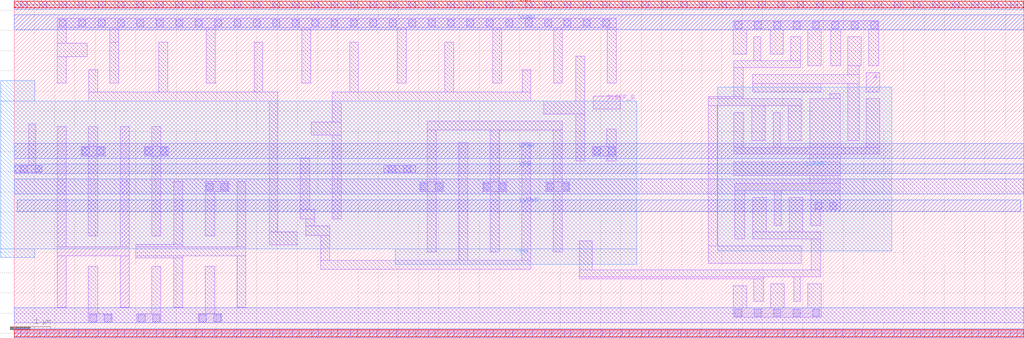
<source format=lef>
# Copyright 2020 The SkyWater PDK Authors
#
# Licensed under the Apache License, Version 2.0 (the "License");
# you may not use this file except in compliance with the License.
# You may obtain a copy of the License at
#
#     https://www.apache.org/licenses/LICENSE-2.0
#
# Unless required by applicable law or agreed to in writing, software
# distributed under the License is distributed on an "AS IS" BASIS,
# WITHOUT WARRANTIES OR CONDITIONS OF ANY KIND, either express or implied.
# See the License for the specific language governing permissions and
# limitations under the License.
#
# SPDX-License-Identifier: Apache-2.0

VERSION 5.7 ;
  NOWIREEXTENSIONATPIN ON ;
  DIVIDERCHAR "/" ;
  BUSBITCHARS "[]" ;
MACRO sky130_fd_sc_hvl__lsbuflv2hv_clkiso_hlkg_3
  CLASS CORE ;
  FOREIGN sky130_fd_sc_hvl__lsbuflv2hv_clkiso_hlkg_3 ;
  ORIGIN  0.000000  0.000000 ;
  SIZE  24.96000 BY  8.140000 ;
  SYMMETRY X Y R90 ;
  SITE unithv ;
  PIN A
    ANTENNAGATEAREA  0.558000 ;
    DIRECTION INPUT ;
    USE SIGNAL ;
    PORT
      LAYER li1 ;
        RECT 21.070000 5.975000 21.400000 6.455000 ;
    END
  END A
  PIN SLEEP_B
    ANTENNAGATEAREA  0.750000 ;
    DIRECTION INPUT ;
    USE SIGNAL ;
    PORT
      LAYER li1 ;
        RECT 14.315000 5.545000 14.985000 5.875000 ;
    END
  END SLEEP_B
  PIN X
    ANTENNADIFFAREA  2.180000 ;
    DIRECTION OUTPUT ;
    USE SIGNAL ;
    PORT
      LAYER li1 ;
        RECT 1.060000 0.645000 1.280000 1.920000 ;
        RECT 1.060000 1.920000 2.840000 2.140000 ;
        RECT 1.060000 2.140000 1.280000 5.115000 ;
        RECT 2.620000 0.645000 2.840000 1.920000 ;
        RECT 2.620000 2.140000 2.840000 5.115000 ;
    END
  END X
  PIN LVPWR
    DIRECTION INOUT ;
    USE POWER ;
    PORT
      LAYER met1 ;
        RECT 0.070000 3.020000 24.890000 3.305000 ;
      LAYER nwell ;
        RECT 17.395000 2.045000 21.695000 6.095000 ;
    END
  END LVPWR
  PIN VGND
    DIRECTION INOUT ;
    USE GROUND ;
    PORT
      LAYER met1 ;
        RECT 0.000000 7.515000 24.960000 7.885000 ;
    END
  END VGND
  PIN VNB
    DIRECTION INOUT ;
    USE GROUND ;
    PORT
      LAYER met1 ;
        RECT 0.000000 8.025000 24.960000 8.255000 ;
      LAYER pwell ;
        RECT 0.000000 8.055000 24.960000 8.225000 ;
    END
  END VNB
  PIN VPB
    DIRECTION INOUT ;
    USE POWER ;
    PORT
      LAYER met1 ;
        RECT 0.000000 3.955000 24.960000 4.185000 ;
      LAYER nwell ;
        RECT -0.330000 1.885000  0.510000 2.095000 ;
        RECT -0.330000 2.095000 15.395000 5.755000 ;
        RECT -0.330000 5.755000  0.510000 6.255000 ;
        RECT  9.415000 1.705000 15.395000 2.095000 ;
    END
  END VPB
  PIN VPWR
    DIRECTION INOUT ;
    USE POWER ;
    PORT
      LAYER met1 ;
        RECT 0.000000 4.325000 24.960000 4.695000 ;
    END
  END VPWR
  OBS
    LAYER li1 ;
      RECT  0.000000 -0.085000 24.960000 0.085000 ;
      RECT  0.000000  3.985000  0.685000 4.155000 ;
      RECT  0.000000  8.055000 24.960000 8.225000 ;
      RECT  0.360000  4.155000  0.530000 5.180000 ;
      RECT  1.060000  6.195000  1.280000 6.850000 ;
      RECT  1.060000  6.850000  1.810000 7.180000 ;
      RECT  1.060000  7.180000  1.280000 7.570000 ;
      RECT  1.060000  7.570000 14.885000 7.800000 ;
      RECT  1.655000  4.395000  2.245000 4.625000 ;
      RECT  1.835000  0.255000  2.425000 0.485000 ;
      RECT  1.835000  0.485000  2.065000 1.655000 ;
      RECT  1.835000  2.405000  2.065000 4.395000 ;
      RECT  1.835000  4.625000  2.065000 5.115000 ;
      RECT  1.840000  5.755000  6.520000 5.975000 ;
      RECT  1.840000  5.975000  2.060000 6.525000 ;
      RECT  2.360000  6.195000  2.585000 7.205000 ;
      RECT  2.360000  7.205000  2.580000 7.570000 ;
      RECT  3.010000  1.865000  4.170000 1.920000 ;
      RECT  3.010000  1.920000  5.730000 2.140000 ;
      RECT  3.010000  2.140000  4.170000 2.195000 ;
      RECT  3.035000  0.255000  3.625000 0.485000 ;
      RECT  3.215000  4.395000  3.805000 4.625000 ;
      RECT  3.395000  0.485000  3.625000 1.655000 ;
      RECT  3.395000  2.405000  3.625000 4.395000 ;
      RECT  3.395000  4.625000  3.625000 5.115000 ;
      RECT  3.570000  5.975000  3.790000 7.205000 ;
      RECT  3.950000  0.645000  4.170000 1.865000 ;
      RECT  3.950000  2.195000  4.170000 3.755000 ;
      RECT  4.545000  0.255000  5.135000 0.485000 ;
      RECT  4.725000  0.485000  4.955000 1.655000 ;
      RECT  4.725000  2.405000  4.955000 3.515000 ;
      RECT  4.725000  3.515000  5.310000 3.755000 ;
      RECT  4.750000  6.195000  4.970000 7.570000 ;
      RECT  5.510000  0.645000  5.730000 1.920000 ;
      RECT  5.510000  2.140000  5.730000 3.755000 ;
      RECT  5.930000  5.975000  6.150000 7.205000 ;
      RECT  6.300000  2.185000  6.995000 2.515000 ;
      RECT  6.300000  2.515000  6.520000 5.755000 ;
      RECT  7.075000  2.835000  7.435000 3.065000 ;
      RECT  7.075000  3.065000  7.305000 4.345000 ;
      RECT  7.110000  6.195000  7.330000 7.570000 ;
      RECT  7.205000  2.425000  7.805000 2.655000 ;
      RECT  7.205000  2.655000  7.435000 2.835000 ;
      RECT  7.345000  4.905000  8.080000 5.235000 ;
      RECT  7.575000  1.585000 12.770000 1.805000 ;
      RECT  7.575000  1.805000  7.805000 2.425000 ;
      RECT  7.860000  2.835000  8.080000 4.905000 ;
      RECT  7.860000  5.235000  8.080000 5.755000 ;
      RECT  7.860000  5.755000 12.775000 5.975000 ;
      RECT  8.290000  5.975000  8.510000 7.205000 ;
      RECT  9.135000  3.985000  9.925000 4.155000 ;
      RECT  9.470000  6.195000  9.690000 7.570000 ;
      RECT 10.025000  3.515000 10.615000 3.745000 ;
      RECT 10.210000  2.015000 10.430000 3.515000 ;
      RECT 10.210000  3.745000 10.430000 5.035000 ;
      RECT 10.210000  5.035000 13.550000 5.255000 ;
      RECT 10.650000  5.975000 10.870000 7.205000 ;
      RECT 10.990000  1.805000 11.210000 4.725000 ;
      RECT 11.585000  3.515000 12.175000 3.745000 ;
      RECT 11.770000  2.015000 11.990000 3.515000 ;
      RECT 11.770000  3.745000 11.990000 5.035000 ;
      RECT 11.830000  6.195000 12.050000 7.570000 ;
      RECT 12.550000  1.805000 12.770000 4.725000 ;
      RECT 12.555000  5.975000 12.775000 6.525000 ;
      RECT 13.090000  5.425000 14.105000 5.755000 ;
      RECT 13.145000  3.515000 13.735000 3.745000 ;
      RECT 13.330000  2.015000 13.550000 3.515000 ;
      RECT 13.330000  3.745000 13.550000 5.035000 ;
      RECT 13.335000  6.195000 13.555000 7.570000 ;
      RECT 13.885000  4.265000 14.105000 5.425000 ;
      RECT 13.885000  5.755000 14.105000 6.865000 ;
      RECT 13.965000  1.345000 18.530000 1.395000 ;
      RECT 13.965000  1.395000 19.940000 1.565000 ;
      RECT 13.965000  1.565000 14.295000 2.285000 ;
      RECT 14.295000  4.395000 14.885000 4.625000 ;
      RECT 14.655000  4.265000 14.885000 4.395000 ;
      RECT 14.655000  4.625000 14.885000 5.055000 ;
      RECT 14.665000  6.195000 14.885000 7.570000 ;
      RECT 17.160000  1.735000 19.465000 2.165000 ;
      RECT 17.160000  2.165000 17.380000 5.635000 ;
      RECT 17.160000  5.635000 19.465000 5.805000 ;
      RECT 17.160000  5.805000 18.020000 5.855000 ;
      RECT 17.780000  0.395000 19.950000 0.625000 ;
      RECT 17.780000  0.625000 18.110000 1.175000 ;
      RECT 17.780000  6.915000 18.110000 7.515000 ;
      RECT 17.780000  7.515000 21.375000 7.745000 ;
      RECT 17.785000  4.435000 21.400000 4.605000 ;
      RECT 17.785000  4.605000 18.035000 5.465000 ;
      RECT 17.790000  5.855000 18.020000 6.575000 ;
      RECT 17.790000  6.575000 19.450000 6.745000 ;
      RECT 17.795000  3.905000 20.420000 4.235000 ;
      RECT 17.815000  2.335000 18.065000 3.535000 ;
      RECT 17.815000  3.535000 20.420000 3.705000 ;
      RECT 18.235000  4.775000 18.565000 5.635000 ;
      RECT 18.265000  2.335000 19.940000 2.505000 ;
      RECT 18.265000  2.505000 18.595000 3.365000 ;
      RECT 18.265000  5.975000 19.940000 6.185000 ;
      RECT 18.265000  6.185000 20.900000 6.405000 ;
      RECT 18.280000  0.795000 18.530000 1.345000 ;
      RECT 18.290000  6.745000 18.460000 7.345000 ;
      RECT 18.690000  6.915000 19.020000 7.515000 ;
      RECT 18.710000  0.625000 19.040000 1.225000 ;
      RECT 18.765000  4.605000 18.935000 5.465000 ;
      RECT 18.795000  2.675000 18.965000 3.535000 ;
      RECT 19.135000  4.775000 19.465000 5.635000 ;
      RECT 19.165000  2.505000 19.495000 3.365000 ;
      RECT 19.200000  6.745000 19.450000 7.345000 ;
      RECT 19.270000  0.795000 19.440000 1.395000 ;
      RECT 19.620000  0.625000 19.950000 1.225000 ;
      RECT 19.620000  6.625000 19.950000 7.515000 ;
      RECT 19.665000  3.705000 20.420000 3.905000 ;
      RECT 19.665000  4.235000 20.420000 4.435000 ;
      RECT 19.665000  4.605000 20.420000 5.805000 ;
      RECT 19.695000  2.675000 19.945000 3.020000 ;
      RECT 19.695000  3.020000 20.420000 3.535000 ;
      RECT 19.710000  1.565000 19.940000 2.335000 ;
      RECT 20.170000  5.805000 20.420000 5.935000 ;
      RECT 20.185000  6.625000 20.435000 7.515000 ;
      RECT 20.615000  4.775000 20.900000 6.185000 ;
      RECT 20.615000  6.405000 20.900000 6.625000 ;
      RECT 20.615000  6.625000 20.945000 7.345000 ;
      RECT 21.070000  4.605000 21.400000 5.805000 ;
      RECT 21.125000  6.625000 21.375000 7.515000 ;
    LAYER mcon ;
      RECT  0.155000 -0.085000  0.325000 0.085000 ;
      RECT  0.155000  3.985000  0.325000 4.155000 ;
      RECT  0.155000  8.055000  0.325000 8.225000 ;
      RECT  0.515000  3.985000  0.685000 4.155000 ;
      RECT  0.635000 -0.085000  0.805000 0.085000 ;
      RECT  0.635000  8.055000  0.805000 8.225000 ;
      RECT  1.115000 -0.085000  1.285000 0.085000 ;
      RECT  1.115000  7.600000  1.285000 7.770000 ;
      RECT  1.115000  8.055000  1.285000 8.225000 ;
      RECT  1.595000 -0.085000  1.765000 0.085000 ;
      RECT  1.595000  7.600000  1.765000 7.770000 ;
      RECT  1.595000  8.055000  1.765000 8.225000 ;
      RECT  1.685000  4.425000  1.855000 4.595000 ;
      RECT  1.865000  0.285000  2.035000 0.455000 ;
      RECT  2.045000  4.425000  2.215000 4.595000 ;
      RECT  2.075000 -0.085000  2.245000 0.085000 ;
      RECT  2.075000  7.600000  2.245000 7.770000 ;
      RECT  2.075000  8.055000  2.245000 8.225000 ;
      RECT  2.225000  0.285000  2.395000 0.455000 ;
      RECT  2.555000 -0.085000  2.725000 0.085000 ;
      RECT  2.555000  7.600000  2.725000 7.770000 ;
      RECT  2.555000  8.055000  2.725000 8.225000 ;
      RECT  3.035000 -0.085000  3.205000 0.085000 ;
      RECT  3.035000  7.600000  3.205000 7.770000 ;
      RECT  3.035000  8.055000  3.205000 8.225000 ;
      RECT  3.065000  0.285000  3.235000 0.455000 ;
      RECT  3.245000  4.425000  3.415000 4.595000 ;
      RECT  3.425000  0.285000  3.595000 0.455000 ;
      RECT  3.515000 -0.085000  3.685000 0.085000 ;
      RECT  3.515000  7.600000  3.685000 7.770000 ;
      RECT  3.515000  8.055000  3.685000 8.225000 ;
      RECT  3.605000  4.425000  3.775000 4.595000 ;
      RECT  3.995000 -0.085000  4.165000 0.085000 ;
      RECT  3.995000  7.600000  4.165000 7.770000 ;
      RECT  3.995000  8.055000  4.165000 8.225000 ;
      RECT  4.475000 -0.085000  4.645000 0.085000 ;
      RECT  4.475000  7.600000  4.645000 7.770000 ;
      RECT  4.475000  8.055000  4.645000 8.225000 ;
      RECT  4.575000  0.285000  4.745000 0.455000 ;
      RECT  4.750000  3.545000  4.920000 3.715000 ;
      RECT  4.935000  0.285000  5.105000 0.455000 ;
      RECT  4.955000 -0.085000  5.125000 0.085000 ;
      RECT  4.955000  7.600000  5.125000 7.770000 ;
      RECT  4.955000  8.055000  5.125000 8.225000 ;
      RECT  5.110000  3.545000  5.280000 3.715000 ;
      RECT  5.435000 -0.085000  5.605000 0.085000 ;
      RECT  5.435000  7.600000  5.605000 7.770000 ;
      RECT  5.435000  8.055000  5.605000 8.225000 ;
      RECT  5.915000 -0.085000  6.085000 0.085000 ;
      RECT  5.915000  7.600000  6.085000 7.770000 ;
      RECT  5.915000  8.055000  6.085000 8.225000 ;
      RECT  6.395000 -0.085000  6.565000 0.085000 ;
      RECT  6.395000  7.600000  6.565000 7.770000 ;
      RECT  6.395000  8.055000  6.565000 8.225000 ;
      RECT  6.875000 -0.085000  7.045000 0.085000 ;
      RECT  6.875000  7.600000  7.045000 7.770000 ;
      RECT  6.875000  8.055000  7.045000 8.225000 ;
      RECT  7.355000 -0.085000  7.525000 0.085000 ;
      RECT  7.355000  7.600000  7.525000 7.770000 ;
      RECT  7.355000  8.055000  7.525000 8.225000 ;
      RECT  7.835000 -0.085000  8.005000 0.085000 ;
      RECT  7.835000  7.600000  8.005000 7.770000 ;
      RECT  7.835000  8.055000  8.005000 8.225000 ;
      RECT  8.315000 -0.085000  8.485000 0.085000 ;
      RECT  8.315000  7.600000  8.485000 7.770000 ;
      RECT  8.315000  8.055000  8.485000 8.225000 ;
      RECT  8.795000 -0.085000  8.965000 0.085000 ;
      RECT  8.795000  7.600000  8.965000 7.770000 ;
      RECT  8.795000  8.055000  8.965000 8.225000 ;
      RECT  9.265000  3.985000  9.435000 4.155000 ;
      RECT  9.275000 -0.085000  9.445000 0.085000 ;
      RECT  9.275000  7.600000  9.445000 7.770000 ;
      RECT  9.275000  8.055000  9.445000 8.225000 ;
      RECT  9.625000  3.985000  9.795000 4.155000 ;
      RECT  9.755000 -0.085000  9.925000 0.085000 ;
      RECT  9.755000  7.600000  9.925000 7.770000 ;
      RECT  9.755000  8.055000  9.925000 8.225000 ;
      RECT 10.055000  3.545000 10.225000 3.715000 ;
      RECT 10.235000 -0.085000 10.405000 0.085000 ;
      RECT 10.235000  7.600000 10.405000 7.770000 ;
      RECT 10.235000  8.055000 10.405000 8.225000 ;
      RECT 10.415000  3.545000 10.585000 3.715000 ;
      RECT 10.715000 -0.085000 10.885000 0.085000 ;
      RECT 10.715000  7.600000 10.885000 7.770000 ;
      RECT 10.715000  8.055000 10.885000 8.225000 ;
      RECT 11.195000 -0.085000 11.365000 0.085000 ;
      RECT 11.195000  7.600000 11.365000 7.770000 ;
      RECT 11.195000  8.055000 11.365000 8.225000 ;
      RECT 11.615000  3.545000 11.785000 3.715000 ;
      RECT 11.675000 -0.085000 11.845000 0.085000 ;
      RECT 11.675000  7.600000 11.845000 7.770000 ;
      RECT 11.675000  8.055000 11.845000 8.225000 ;
      RECT 11.975000  3.545000 12.145000 3.715000 ;
      RECT 12.155000 -0.085000 12.325000 0.085000 ;
      RECT 12.155000  7.600000 12.325000 7.770000 ;
      RECT 12.155000  8.055000 12.325000 8.225000 ;
      RECT 12.635000 -0.085000 12.805000 0.085000 ;
      RECT 12.635000  7.600000 12.805000 7.770000 ;
      RECT 12.635000  8.055000 12.805000 8.225000 ;
      RECT 13.115000 -0.085000 13.285000 0.085000 ;
      RECT 13.115000  7.600000 13.285000 7.770000 ;
      RECT 13.115000  8.055000 13.285000 8.225000 ;
      RECT 13.175000  3.545000 13.345000 3.715000 ;
      RECT 13.535000  3.545000 13.705000 3.715000 ;
      RECT 13.590000  7.600000 13.760000 7.770000 ;
      RECT 13.595000 -0.085000 13.765000 0.085000 ;
      RECT 13.595000  8.055000 13.765000 8.225000 ;
      RECT 14.075000 -0.085000 14.245000 0.085000 ;
      RECT 14.075000  7.600000 14.245000 7.770000 ;
      RECT 14.075000  8.055000 14.245000 8.225000 ;
      RECT 14.325000  4.425000 14.495000 4.595000 ;
      RECT 14.555000 -0.085000 14.725000 0.085000 ;
      RECT 14.555000  7.600000 14.725000 7.770000 ;
      RECT 14.555000  8.055000 14.725000 8.225000 ;
      RECT 14.685000  4.425000 14.855000 4.595000 ;
      RECT 15.035000 -0.085000 15.205000 0.085000 ;
      RECT 15.035000  8.055000 15.205000 8.225000 ;
      RECT 15.515000 -0.085000 15.685000 0.085000 ;
      RECT 15.515000  8.055000 15.685000 8.225000 ;
      RECT 15.995000 -0.085000 16.165000 0.085000 ;
      RECT 15.995000  8.055000 16.165000 8.225000 ;
      RECT 16.475000 -0.085000 16.645000 0.085000 ;
      RECT 16.475000  8.055000 16.645000 8.225000 ;
      RECT 16.955000 -0.085000 17.125000 0.085000 ;
      RECT 16.955000  8.055000 17.125000 8.225000 ;
      RECT 17.435000 -0.085000 17.605000 0.085000 ;
      RECT 17.435000  8.055000 17.605000 8.225000 ;
      RECT 17.820000  0.425000 17.990000 0.595000 ;
      RECT 17.820000  7.545000 17.990000 7.715000 ;
      RECT 17.915000 -0.085000 18.085000 0.085000 ;
      RECT 17.915000  8.055000 18.085000 8.225000 ;
      RECT 18.300000  0.425000 18.470000 0.595000 ;
      RECT 18.300000  7.545000 18.470000 7.715000 ;
      RECT 18.395000 -0.085000 18.565000 0.085000 ;
      RECT 18.395000  8.055000 18.565000 8.225000 ;
      RECT 18.780000  0.425000 18.950000 0.595000 ;
      RECT 18.780000  7.545000 18.950000 7.715000 ;
      RECT 18.875000 -0.085000 19.045000 0.085000 ;
      RECT 18.875000  8.055000 19.045000 8.225000 ;
      RECT 19.260000  0.425000 19.430000 0.595000 ;
      RECT 19.260000  7.545000 19.430000 7.715000 ;
      RECT 19.355000 -0.085000 19.525000 0.085000 ;
      RECT 19.355000  8.055000 19.525000 8.225000 ;
      RECT 19.740000  0.425000 19.910000 0.595000 ;
      RECT 19.740000  7.545000 19.910000 7.715000 ;
      RECT 19.800000  3.070000 19.970000 3.240000 ;
      RECT 19.835000 -0.085000 20.005000 0.085000 ;
      RECT 19.835000  8.055000 20.005000 8.225000 ;
      RECT 20.160000  3.070000 20.330000 3.240000 ;
      RECT 20.220000  7.545000 20.390000 7.715000 ;
      RECT 20.315000 -0.085000 20.485000 0.085000 ;
      RECT 20.315000  8.055000 20.485000 8.225000 ;
      RECT 20.700000  7.545000 20.870000 7.715000 ;
      RECT 20.795000 -0.085000 20.965000 0.085000 ;
      RECT 20.795000  8.055000 20.965000 8.225000 ;
      RECT 21.180000  7.545000 21.350000 7.715000 ;
      RECT 21.275000 -0.085000 21.445000 0.085000 ;
      RECT 21.275000  8.055000 21.445000 8.225000 ;
      RECT 21.755000 -0.085000 21.925000 0.085000 ;
      RECT 21.755000  8.055000 21.925000 8.225000 ;
      RECT 22.235000 -0.085000 22.405000 0.085000 ;
      RECT 22.235000  8.055000 22.405000 8.225000 ;
      RECT 22.715000 -0.085000 22.885000 0.085000 ;
      RECT 22.715000  8.055000 22.885000 8.225000 ;
      RECT 23.195000 -0.085000 23.365000 0.085000 ;
      RECT 23.195000  8.055000 23.365000 8.225000 ;
      RECT 23.675000 -0.085000 23.845000 0.085000 ;
      RECT 23.675000  8.055000 23.845000 8.225000 ;
      RECT 24.155000 -0.085000 24.325000 0.085000 ;
      RECT 24.155000  8.055000 24.325000 8.225000 ;
      RECT 24.635000 -0.085000 24.805000 0.085000 ;
      RECT 24.635000  8.055000 24.805000 8.225000 ;
    LAYER met1 ;
      RECT 0.000000 -0.115000 24.960000 0.115000 ;
      RECT 0.000000  0.255000 24.960000 0.625000 ;
      RECT 0.000000  3.445000 24.960000 3.815000 ;
    LAYER pwell ;
      RECT 0.000000 -0.085000 24.960000 0.085000 ;
  END
END sky130_fd_sc_hvl__lsbuflv2hv_clkiso_hlkg_3
END LIBRARY

</source>
